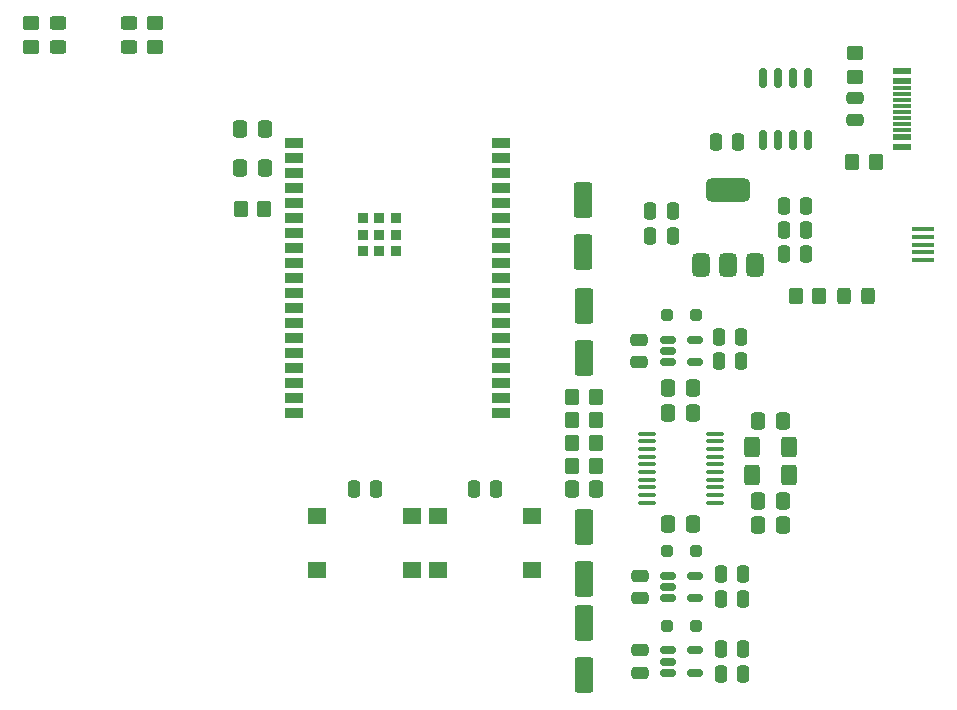
<source format=gbr>
%TF.GenerationSoftware,KiCad,Pcbnew,8.0.0*%
%TF.CreationDate,2024-07-15T16:42:44+02:00*%
%TF.ProjectId,Lucaudio_esp32_V1_revB,4c756361-7564-4696-9f5f-65737033325f,rev?*%
%TF.SameCoordinates,Original*%
%TF.FileFunction,Paste,Top*%
%TF.FilePolarity,Positive*%
%FSLAX46Y46*%
G04 Gerber Fmt 4.6, Leading zero omitted, Abs format (unit mm)*
G04 Created by KiCad (PCBNEW 8.0.0) date 2024-07-15 16:42:44*
%MOMM*%
%LPD*%
G01*
G04 APERTURE LIST*
G04 Aperture macros list*
%AMRoundRect*
0 Rectangle with rounded corners*
0 $1 Rounding radius*
0 $2 $3 $4 $5 $6 $7 $8 $9 X,Y pos of 4 corners*
0 Add a 4 corners polygon primitive as box body*
4,1,4,$2,$3,$4,$5,$6,$7,$8,$9,$2,$3,0*
0 Add four circle primitives for the rounded corners*
1,1,$1+$1,$2,$3*
1,1,$1+$1,$4,$5*
1,1,$1+$1,$6,$7*
1,1,$1+$1,$8,$9*
0 Add four rect primitives between the rounded corners*
20,1,$1+$1,$2,$3,$4,$5,0*
20,1,$1+$1,$4,$5,$6,$7,0*
20,1,$1+$1,$6,$7,$8,$9,0*
20,1,$1+$1,$8,$9,$2,$3,0*%
G04 Aperture macros list end*
%ADD10RoundRect,0.250000X-0.337500X-0.475000X0.337500X-0.475000X0.337500X0.475000X-0.337500X0.475000X0*%
%ADD11R,1.862500X0.400000*%
%ADD12RoundRect,0.250000X-0.250000X-0.475000X0.250000X-0.475000X0.250000X0.475000X-0.250000X0.475000X0*%
%ADD13RoundRect,0.250000X0.337500X0.475000X-0.337500X0.475000X-0.337500X-0.475000X0.337500X-0.475000X0*%
%ADD14RoundRect,0.250000X-0.475000X0.250000X-0.475000X-0.250000X0.475000X-0.250000X0.475000X0.250000X0*%
%ADD15R,1.500000X0.900000*%
%ADD16R,0.900000X0.900000*%
%ADD17RoundRect,0.250000X-0.250000X-0.250000X0.250000X-0.250000X0.250000X0.250000X-0.250000X0.250000X0*%
%ADD18RoundRect,0.250000X0.475000X-0.250000X0.475000X0.250000X-0.475000X0.250000X-0.475000X-0.250000X0*%
%ADD19RoundRect,0.150000X-0.512500X-0.150000X0.512500X-0.150000X0.512500X0.150000X-0.512500X0.150000X0*%
%ADD20RoundRect,0.250000X-0.450000X0.350000X-0.450000X-0.350000X0.450000X-0.350000X0.450000X0.350000X0*%
%ADD21RoundRect,0.375000X0.375000X-0.625000X0.375000X0.625000X-0.375000X0.625000X-0.375000X-0.625000X0*%
%ADD22RoundRect,0.500000X1.400000X-0.500000X1.400000X0.500000X-1.400000X0.500000X-1.400000X-0.500000X0*%
%ADD23RoundRect,0.250000X-0.550000X1.250000X-0.550000X-1.250000X0.550000X-1.250000X0.550000X1.250000X0*%
%ADD24RoundRect,0.250000X-0.350000X-0.450000X0.350000X-0.450000X0.350000X0.450000X-0.350000X0.450000X0*%
%ADD25RoundRect,0.250000X-0.400000X-0.625000X0.400000X-0.625000X0.400000X0.625000X-0.400000X0.625000X0*%
%ADD26RoundRect,0.250000X0.325000X0.450000X-0.325000X0.450000X-0.325000X-0.450000X0.325000X-0.450000X0*%
%ADD27RoundRect,0.250000X-0.450000X0.325000X-0.450000X-0.325000X0.450000X-0.325000X0.450000X0.325000X0*%
%ADD28R,1.495000X0.600000*%
%ADD29R,1.495000X0.300000*%
%ADD30R,1.240000X0.600000*%
%ADD31RoundRect,0.150000X-0.150000X0.675000X-0.150000X-0.675000X0.150000X-0.675000X0.150000X0.675000X0*%
%ADD32R,1.600000X1.400000*%
%ADD33RoundRect,0.250000X0.350000X0.450000X-0.350000X0.450000X-0.350000X-0.450000X0.350000X-0.450000X0*%
%ADD34RoundRect,0.250000X0.250000X0.475000X-0.250000X0.475000X-0.250000X-0.475000X0.250000X-0.475000X0*%
%ADD35RoundRect,0.100000X0.637500X0.100000X-0.637500X0.100000X-0.637500X-0.100000X0.637500X-0.100000X0*%
G04 APERTURE END LIST*
D10*
%TO.C,C29*%
X148085900Y-109169200D03*
X150160900Y-109169200D03*
%TD*%
D11*
%TO.C,J8*%
X162031250Y-88796800D03*
X162031250Y-88146800D03*
X162031250Y-87496800D03*
X162031250Y-86846800D03*
X162031250Y-86196800D03*
%TD*%
D12*
%TO.C,C15*%
X138927800Y-86715600D03*
X140827800Y-86715600D03*
%TD*%
D13*
%TO.C,C7*%
X134336700Y-108204000D03*
X132261700Y-108204000D03*
%TD*%
D14*
%TO.C,C10*%
X137998200Y-95530500D03*
X137998200Y-97430500D03*
%TD*%
D12*
%TO.C,C28*%
X150230800Y-88265000D03*
X152130800Y-88265000D03*
%TD*%
D15*
%TO.C,U1*%
X108750400Y-78867000D03*
X108750400Y-80137000D03*
X108750400Y-81407000D03*
X108750400Y-82677000D03*
X108750400Y-83947000D03*
X108750400Y-85217000D03*
X108750400Y-86487000D03*
X108750400Y-87757000D03*
X108750400Y-89027000D03*
X108750400Y-90297000D03*
X108750400Y-91567000D03*
X108750400Y-92837000D03*
X108750400Y-94107000D03*
X108750400Y-95377000D03*
X108750400Y-96647000D03*
X108750400Y-97917000D03*
X108750400Y-99187000D03*
X108750400Y-100457000D03*
X108750400Y-101727000D03*
X126250400Y-101727000D03*
X126250400Y-100457000D03*
X126250400Y-99187000D03*
X126250400Y-97917000D03*
X126250400Y-96647000D03*
X126250400Y-95377000D03*
X126250400Y-94107000D03*
X126250400Y-92837000D03*
X126250400Y-91567000D03*
X126250400Y-90297000D03*
X126250400Y-89027000D03*
X126250400Y-87757000D03*
X126250400Y-86487000D03*
X126250400Y-85217000D03*
X126250400Y-83947000D03*
X126250400Y-82677000D03*
X126250400Y-81407000D03*
X126250400Y-80137000D03*
X126250400Y-78867000D03*
D16*
X114595400Y-85262000D03*
X114600400Y-86662000D03*
X114600400Y-88062000D03*
X116000400Y-85262000D03*
X116000400Y-86662000D03*
X116000400Y-88062000D03*
X117400400Y-85262000D03*
X117400400Y-86662000D03*
X117400400Y-88062000D03*
%TD*%
D17*
%TO.C,D1*%
X140304200Y-93432500D03*
X142804200Y-93432500D03*
%TD*%
D18*
%TO.C,C31*%
X156299200Y-76948800D03*
X156299200Y-75048800D03*
%TD*%
D19*
%TO.C,U5*%
X140416700Y-121833600D03*
X140416700Y-122783600D03*
X140416700Y-123733600D03*
X142691700Y-123733600D03*
X142691700Y-121833600D03*
%TD*%
D20*
%TO.C,R9*%
X156269500Y-71279700D03*
X156269500Y-73279700D03*
%TD*%
D13*
%TO.C,C2*%
X106295100Y-77724000D03*
X104220100Y-77724000D03*
%TD*%
D21*
%TO.C,U6*%
X143216600Y-89179800D03*
X145516600Y-89179800D03*
D22*
X145516600Y-82879800D03*
D21*
X147816600Y-89179800D03*
%TD*%
D12*
%TO.C,C23*%
X144896800Y-121700000D03*
X146796800Y-121700000D03*
%TD*%
D13*
%TO.C,C26*%
X150160900Y-102412800D03*
X148085900Y-102412800D03*
%TD*%
D23*
%TO.C,C6*%
X133273800Y-92643600D03*
X133273800Y-97043600D03*
%TD*%
D12*
%TO.C,C19*%
X144719000Y-95275400D03*
X146619000Y-95275400D03*
%TD*%
%TO.C,C4*%
X124000000Y-108146800D03*
X125900000Y-108146800D03*
%TD*%
D24*
%TO.C,R12*%
X104257600Y-84480400D03*
X106257600Y-84480400D03*
%TD*%
D25*
%TO.C,R8*%
X147573400Y-104597200D03*
X150673400Y-104597200D03*
%TD*%
D13*
%TO.C,C17*%
X142515500Y-101777800D03*
X140440500Y-101777800D03*
%TD*%
%TO.C,C25*%
X150160900Y-111226600D03*
X148085900Y-111226600D03*
%TD*%
D26*
%TO.C,D4*%
X157375000Y-91846800D03*
X155325000Y-91846800D03*
%TD*%
D23*
%TO.C,C9*%
X133248400Y-83728200D03*
X133248400Y-88128200D03*
%TD*%
D27*
%TO.C,LED2*%
X94750000Y-68725000D03*
X94750000Y-70775000D03*
%TD*%
D12*
%TO.C,C3*%
X113800000Y-108146800D03*
X115700000Y-108146800D03*
%TD*%
%TO.C,C24*%
X144896800Y-123800000D03*
X146796800Y-123800000D03*
%TD*%
%TO.C,C27*%
X150230800Y-84175600D03*
X152130800Y-84175600D03*
%TD*%
D28*
%TO.C,J3*%
X160261700Y-79196800D03*
X160261700Y-78396800D03*
D29*
X160261700Y-77246800D03*
X160261700Y-76246800D03*
X160261700Y-75746800D03*
X160261700Y-74746800D03*
D28*
X160261700Y-73596800D03*
X160261700Y-72796800D03*
D30*
X160389200Y-72796800D03*
X160389200Y-73596800D03*
D29*
X160261700Y-74246800D03*
X160261700Y-75246800D03*
X160261700Y-76746800D03*
X160261700Y-77746800D03*
D30*
X160389200Y-78396800D03*
X160389200Y-79196800D03*
%TD*%
D20*
%TO.C,R5*%
X86500000Y-68750000D03*
X86500000Y-70750000D03*
%TD*%
D24*
%TO.C,R2*%
X132299200Y-106222800D03*
X134299200Y-106222800D03*
%TD*%
D17*
%TO.C,D3*%
X140304200Y-119735600D03*
X142804200Y-119735600D03*
%TD*%
D31*
%TO.C,U8*%
X152273000Y-73371800D03*
X151003000Y-73371800D03*
X149733000Y-73371800D03*
X148463000Y-73371800D03*
X148463000Y-78621800D03*
X149733000Y-78621800D03*
X151003000Y-78621800D03*
X152273000Y-78621800D03*
%TD*%
D32*
%TO.C,SW1*%
X118750000Y-114996800D03*
X110750000Y-114996800D03*
X118750000Y-110496800D03*
X110750000Y-110496800D03*
%TD*%
D27*
%TO.C,LED1*%
X88750000Y-68725000D03*
X88750000Y-70775000D03*
%TD*%
D14*
%TO.C,C11*%
X138023600Y-115509000D03*
X138023600Y-117409000D03*
%TD*%
D20*
%TO.C,R6*%
X97000000Y-68750000D03*
X97000000Y-70750000D03*
%TD*%
D23*
%TO.C,C5*%
X133299200Y-119550000D03*
X133299200Y-123950000D03*
%TD*%
D13*
%TO.C,C18*%
X142540900Y-111150400D03*
X140465900Y-111150400D03*
%TD*%
D12*
%TO.C,C21*%
X144896800Y-115392200D03*
X146796800Y-115392200D03*
%TD*%
D24*
%TO.C,R1*%
X132299200Y-102362000D03*
X134299200Y-102362000D03*
%TD*%
D23*
%TO.C,C8*%
X133299200Y-111363400D03*
X133299200Y-115763400D03*
%TD*%
D25*
%TO.C,R7*%
X147573400Y-106984800D03*
X150673400Y-106984800D03*
%TD*%
D24*
%TO.C,R4*%
X132299200Y-104292400D03*
X134299200Y-104292400D03*
%TD*%
D12*
%TO.C,C14*%
X138927800Y-84607400D03*
X140827800Y-84607400D03*
%TD*%
D19*
%TO.C,U3*%
X140416700Y-95530500D03*
X140416700Y-96480500D03*
X140416700Y-97430500D03*
X142691700Y-97430500D03*
X142691700Y-95530500D03*
%TD*%
D12*
%TO.C,C30*%
X150230800Y-86207600D03*
X152130800Y-86207600D03*
%TD*%
D13*
%TO.C,C1*%
X106295100Y-80975200D03*
X104220100Y-80975200D03*
%TD*%
D33*
%TO.C,R11*%
X158000000Y-80500000D03*
X156000000Y-80500000D03*
%TD*%
D32*
%TO.C,SW2*%
X128950000Y-114996800D03*
X120950000Y-114996800D03*
X128950000Y-110496800D03*
X120950000Y-110496800D03*
%TD*%
D14*
%TO.C,C12*%
X138023600Y-121833600D03*
X138023600Y-123733600D03*
%TD*%
D24*
%TO.C,R3*%
X132299200Y-100406200D03*
X134299200Y-100406200D03*
%TD*%
D13*
%TO.C,C16*%
X142540900Y-99593400D03*
X140465900Y-99593400D03*
%TD*%
D12*
%TO.C,C20*%
X144719000Y-97300000D03*
X146619000Y-97300000D03*
%TD*%
%TO.C,C22*%
X144896800Y-117500400D03*
X146796800Y-117500400D03*
%TD*%
D34*
%TO.C,C13*%
X146365000Y-78816200D03*
X144465000Y-78816200D03*
%TD*%
D17*
%TO.C,D2*%
X140304200Y-113411000D03*
X142804200Y-113411000D03*
%TD*%
D35*
%TO.C,U4*%
X144381600Y-109325600D03*
X144381600Y-108675600D03*
X144381600Y-108025600D03*
X144381600Y-107375600D03*
X144381600Y-106725600D03*
X144381600Y-106075600D03*
X144381600Y-105425600D03*
X144381600Y-104775600D03*
X144381600Y-104125600D03*
X144381600Y-103475600D03*
X138656600Y-103475600D03*
X138656600Y-104125600D03*
X138656600Y-104775600D03*
X138656600Y-105425600D03*
X138656600Y-106075600D03*
X138656600Y-106725600D03*
X138656600Y-107375600D03*
X138656600Y-108025600D03*
X138656600Y-108675600D03*
X138656600Y-109325600D03*
%TD*%
D33*
%TO.C,R15*%
X153250000Y-91846800D03*
X151250000Y-91846800D03*
%TD*%
D19*
%TO.C,U2*%
X140416700Y-115509000D03*
X140416700Y-116459000D03*
X140416700Y-117409000D03*
X142691700Y-117409000D03*
X142691700Y-115509000D03*
%TD*%
M02*

</source>
